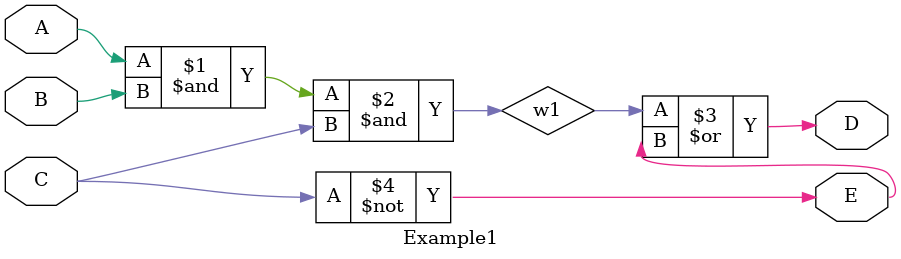
<source format=v>

module Example1 (A, B, C, D, E);
	output D, E;
	input A, B, C;
	wire w1;
	/* and #(30) G1 (w1, A, B);
	not #(10) G2 (E, C);
	or #(20) G3 (D, w1, E);*/
	
	and G1 (w1, A, B, C);
	not G2 (E, C);
	or  G3 (D, w1, E);
endmodule
</source>
